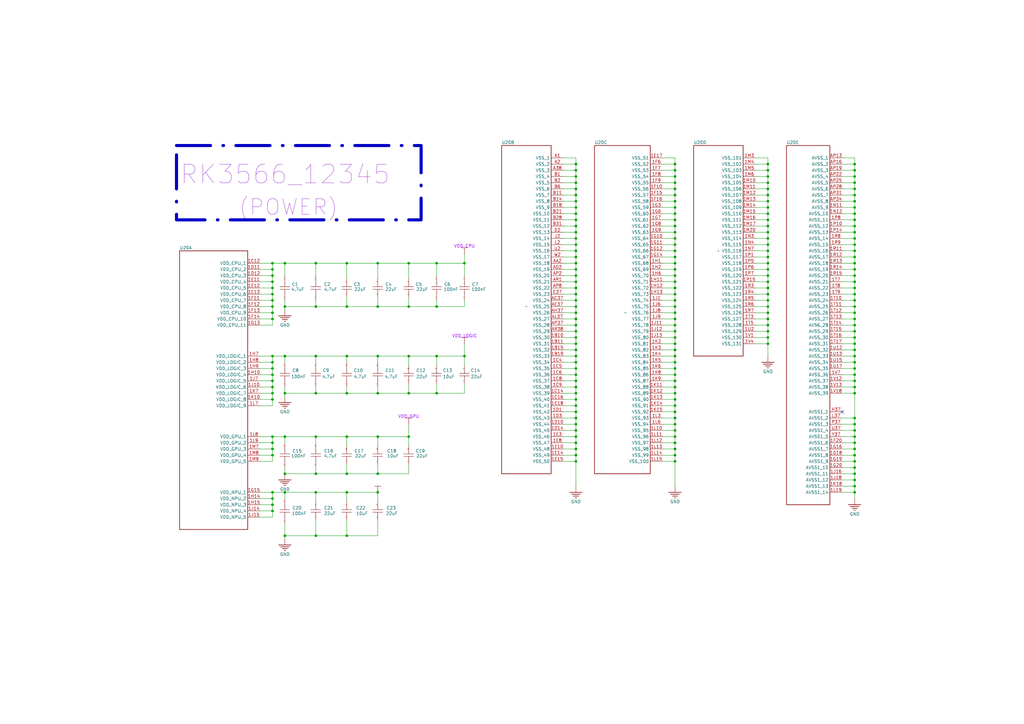
<source format=kicad_sch>
(kicad_sch (version 20250114) (generator "eeschema") (generator_version "9.0")
  (paper "A3")
  (rectangle (start 72.39 59.69) (end 172.72 90.17) (stroke (width 1.27) (type dash_dot)))
  (text "(POWER)" (at 97.79 88.9 0) (effects (font (size 6.35 6.35)) (justify left bottom)))
  (text "RK3566_12345" (at 73.66 76.2 0) (effects (font (size 7.62 7.62)) (justify left bottom)))
  (junction (at 167.64 179.07))
  (junction (at 111.76 120.65))
  (junction (at 276.86 133.35))
  (junction (at 236.22 173.99))
  (junction (at 276.86 148.59))
  (junction (at 236.22 105.41))
  (junction (at 276.86 67.31))
  (junction (at 314.96 128.27))
  (junction (at 276.86 179.07))
  (junction (at 179.07 161.29))
  (junction (at 276.86 87.63))
  (junction (at 314.96 118.11))
  (junction (at 190.5 146.05))
  (junction (at 129.54 107.95))
  (junction (at 142.24 107.95))
  (junction (at 111.76 151.13))
  (junction (at 236.22 158.75))
  (junction (at 350.52 179.07))
  (junction (at 111.76 148.59))
  (junction (at 236.22 138.43))
  (junction (at 111.76 146.05))
  (junction (at 350.52 85.09))
  (junction (at 236.22 184.15))
  (junction (at 350.52 199.39))
  (junction (at 129.54 219.71))
  (junction (at 236.22 176.53))
  (junction (at 179.07 125.73))
  (junction (at 276.86 118.11))
  (junction (at 111.76 181.61))
  (junction (at 276.86 181.61))
  (junction (at 314.96 97.79))
  (junction (at 142.24 219.71))
  (junction (at 116.84 179.07))
  (junction (at 350.52 138.43))
  (junction (at 236.22 163.83))
  (junction (at 350.52 173.99))
  (junction (at 314.96 90.17))
  (junction (at 350.52 92.71))
  (junction (at 236.22 113.03))
  (junction (at 276.86 161.29))
  (junction (at 236.22 85.09))
  (junction (at 236.22 125.73))
  (junction (at 314.96 72.39))
  (junction (at 236.22 128.27))
  (junction (at 350.52 118.11))
  (junction (at 350.52 158.75))
  (junction (at 350.52 146.05))
  (junction (at 350.52 189.23))
  (junction (at 314.96 110.49))
  (junction (at 236.22 115.57))
  (junction (at 111.76 204.47))
  (junction (at 236.22 69.85))
  (junction (at 314.96 85.09))
  (junction (at 236.22 189.23))
  (junction (at 154.94 107.95))
  (junction (at 142.24 146.05))
  (junction (at 236.22 110.49))
  (junction (at 350.52 77.47))
  (junction (at 276.86 171.45))
  (junction (at 350.52 69.85))
  (junction (at 111.76 207.01))
  (junction (at 276.86 186.69))
  (junction (at 167.64 146.05))
  (junction (at 236.22 74.93))
  (junction (at 350.52 181.61))
  (junction (at 276.86 158.75))
  (junction (at 350.52 133.35))
  (junction (at 350.52 125.73))
  (junction (at 314.96 82.55))
  (junction (at 236.22 151.13))
  (junction (at 116.84 146.05))
  (junction (at 350.52 87.63))
  (junction (at 276.86 138.43))
  (junction (at 276.86 189.23))
  (junction (at 236.22 95.25))
  (junction (at 236.22 87.63))
  (junction (at 350.52 135.89))
  (junction (at 350.52 95.25))
  (junction (at 236.22 107.95))
  (junction (at 276.86 115.57))
  (junction (at 350.52 171.45))
  (junction (at 350.52 120.65))
  (junction (at 350.52 82.55))
  (junction (at 314.96 125.73))
  (junction (at 111.76 161.29))
  (junction (at 116.84 194.31))
  (junction (at 236.22 97.79))
  (junction (at 314.96 92.71))
  (junction (at 276.86 163.83))
  (junction (at 154.94 125.73))
  (junction (at 350.52 105.41))
  (junction (at 276.86 184.15))
  (junction (at 314.96 120.65))
  (junction (at 276.86 97.79))
  (junction (at 129.54 194.31))
  (junction (at 111.76 128.27))
  (junction (at 129.54 146.05))
  (junction (at 236.22 92.71))
  (junction (at 350.52 80.01))
  (junction (at 142.24 201.93))
  (junction (at 276.86 110.49))
  (junction (at 111.76 179.07))
  (junction (at 236.22 168.91))
  (junction (at 314.96 135.89))
  (junction (at 111.76 110.49))
  (junction (at 111.76 118.11))
  (junction (at 276.86 107.95))
  (junction (at 276.86 128.27))
  (junction (at 350.52 196.85))
  (junction (at 142.24 125.73))
  (junction (at 314.96 115.57))
  (junction (at 314.96 107.95))
  (junction (at 314.96 133.35))
  (junction (at 276.86 85.09))
  (junction (at 276.86 123.19))
  (junction (at 236.22 148.59))
  (junction (at 276.86 176.53))
  (junction (at 111.76 115.57))
  (junction (at 111.76 201.93))
  (junction (at 179.07 146.05))
  (junction (at 154.94 201.93))
  (junction (at 236.22 67.31))
  (junction (at 276.86 173.99))
  (junction (at 276.86 156.21))
  (junction (at 314.96 67.31))
  (junction (at 276.86 72.39))
  (junction (at 276.86 140.97))
  (junction (at 350.52 113.03))
  (junction (at 350.52 151.13))
  (junction (at 276.86 69.85))
  (junction (at 276.86 151.13))
  (junction (at 236.22 80.01))
  (junction (at 350.52 128.27))
  (junction (at 142.24 179.07))
  (junction (at 350.52 161.29))
  (junction (at 167.64 125.73))
  (junction (at 350.52 143.51))
  (junction (at 350.52 153.67))
  (junction (at 276.86 143.51))
  (junction (at 276.86 82.55))
  (junction (at 190.5 107.95))
  (junction (at 350.52 90.17))
  (junction (at 111.76 158.75))
  (junction (at 111.76 125.73))
  (junction (at 276.86 80.01))
  (junction (at 276.86 135.89))
  (junction (at 314.96 100.33))
  (junction (at 236.22 156.21))
  (junction (at 111.76 163.83))
  (junction (at 276.86 125.73))
  (junction (at 111.76 107.95))
  (junction (at 350.52 97.79))
  (junction (at 236.22 123.19))
  (junction (at 314.96 69.85))
  (junction (at 179.07 107.95))
  (junction (at 350.52 176.53))
  (junction (at 314.96 138.43))
  (junction (at 154.94 146.05))
  (junction (at 236.22 153.67))
  (junction (at 236.22 171.45))
  (junction (at 314.96 77.47))
  (junction (at 116.84 125.73))
  (junction (at 350.52 67.31))
  (junction (at 236.22 90.17))
  (junction (at 350.52 110.49))
  (junction (at 236.22 161.29))
  (junction (at 142.24 194.31))
  (junction (at 236.22 100.33))
  (junction (at 276.86 166.37))
  (junction (at 142.24 161.29))
  (junction (at 236.22 133.35))
  (junction (at 154.94 194.31))
  (junction (at 236.22 181.61))
  (junction (at 111.76 209.55))
  (junction (at 154.94 161.29))
  (junction (at 276.86 95.25))
  (junction (at 116.84 201.93))
  (junction (at 167.64 107.95))
  (junction (at 236.22 135.89))
  (junction (at 314.96 140.97))
  (junction (at 167.64 161.29))
  (junction (at 111.76 113.03))
  (junction (at 350.52 107.95))
  (junction (at 276.86 105.41))
  (junction (at 350.52 100.33))
  (junction (at 276.86 153.67))
  (junction (at 111.76 186.69))
  (junction (at 236.22 130.81))
  (junction (at 350.52 184.15))
  (junction (at 314.96 113.03))
  (junction (at 350.52 123.19))
  (junction (at 276.86 92.71))
  (junction (at 350.52 191.77))
  (junction (at 314.96 123.19))
  (junction (at 236.22 166.37))
  (junction (at 314.96 87.63))
  (junction (at 276.86 168.91))
  (junction (at 314.96 95.25))
  (junction (at 350.52 74.93))
  (junction (at 236.22 72.39))
  (junction (at 350.52 72.39))
  (junction (at 314.96 130.81))
  (junction (at 236.22 120.65))
  (junction (at 276.86 120.65))
  (junction (at 236.22 179.07))
  (junction (at 276.86 77.47))
  (junction (at 350.52 186.69))
  (junction (at 236.22 186.69))
  (junction (at 350.52 102.87))
  (junction (at 129.54 201.93))
  (junction (at 111.76 123.19))
  (junction (at 111.76 130.81))
  (junction (at 350.52 140.97))
  (junction (at 236.22 140.97))
  (junction (at 129.54 125.73))
  (junction (at 129.54 161.29))
  (junction (at 116.84 161.29))
  (junction (at 314.96 105.41))
  (junction (at 236.22 77.47))
  (junction (at 236.22 118.11))
  (junction (at 236.22 146.05))
  (junction (at 111.76 153.67))
  (junction (at 116.84 219.71))
  (junction (at 236.22 143.51))
  (junction (at 276.86 130.81))
  (junction (at 129.54 179.07))
  (junction (at 314.96 74.93))
  (junction (at 236.22 102.87))
  (junction (at 236.22 82.55))
  (junction (at 350.52 194.31))
  (junction (at 154.94 179.07))
  (junction (at 350.52 148.59))
  (junction (at 350.52 201.93))
  (junction (at 276.86 102.87))
  (junction (at 276.86 74.93))
  (junction (at 314.96 80.01))
  (junction (at 111.76 184.15))
  (junction (at 276.86 146.05))
  (junction (at 350.52 130.81))
  (junction (at 314.96 102.87))
  (junction (at 111.76 156.21))
  (junction (at 276.86 90.17))
  (junction (at 116.84 107.95))
  (junction (at 276.86 113.03))
  (junction (at 350.52 115.57))
  (junction (at 350.52 156.21))
  (junction (at 276.86 100.33))
  (no_connect (at 345.44 168.91))
  (wire (pts (xy 314.96 135.89) (xy 309.88 135.89)))
  (wire (pts (xy 350.52 128.27) (xy 350.52 130.81)))
  (wire (pts (xy 314.96 107.95) (xy 309.88 107.95)))
  (wire (pts (xy 236.22 95.25) (xy 236.22 97.79)))
  (wire (pts (xy 236.22 176.53) (xy 236.22 179.07)))
  (wire (pts (xy 231.14 151.13) (xy 236.22 151.13)))
  (wire (pts (xy 231.14 184.15) (xy 236.22 184.15)))
  (wire (pts (xy 350.52 74.93) (xy 350.52 77.47)))
  (wire (pts (xy 129.54 148.59) (xy 129.54 146.05)))
  (wire (pts (xy 350.52 199.39) (xy 350.52 201.93)))
  (wire (pts (xy 167.64 121.92) (xy 167.64 125.73)))
  (wire (pts (xy 271.78 118.11) (xy 276.86 118.11)))
  (wire (pts (xy 271.78 87.63) (xy 276.86 87.63)))
  (wire (pts (xy 129.54 161.29) (xy 116.84 161.29)))
  (wire (pts (xy 231.14 143.51) (xy 236.22 143.51)))
  (wire (pts (xy 350.52 153.67) (xy 345.44 153.67)))
  (wire (pts (xy 314.96 64.77) (xy 309.88 64.77)))
  (wire (pts (xy 314.96 77.47) (xy 309.88 77.47)))
  (wire (pts (xy 190.5 123.19) (xy 190.5 125.73)))
  (wire (pts (xy 179.07 123.19) (xy 179.07 125.73)))
  (wire (pts (xy 236.22 143.51) (xy 236.22 146.05)))
  (wire (pts (xy 111.76 125.73) (xy 111.76 128.27)))
  (wire (pts (xy 350.52 151.13) (xy 345.44 151.13)))
  (wire (pts (xy 111.76 186.69) (xy 106.68 186.69)))
  (wire (pts (xy 236.22 186.69) (xy 236.22 189.23)))
  (wire (pts (xy 350.52 146.05) (xy 350.52 148.59)))
  (wire (pts (xy 271.78 102.87) (xy 276.86 102.87)))
  (wire (pts (xy 314.96 74.93) (xy 314.96 77.47)))
  (wire (pts (xy 236.22 189.23) (xy 236.22 199.39)))
  (wire (pts (xy 271.78 173.99) (xy 276.86 173.99)))
  (wire (pts (xy 167.64 194.31) (xy 154.94 194.31)))
  (wire (pts (xy 350.52 123.19) (xy 345.44 123.19)))
  (wire (pts (xy 271.78 146.05) (xy 276.86 146.05)))
  (wire (pts (xy 231.14 128.27) (xy 236.22 128.27)))
  (wire (pts (xy 142.24 179.07) (xy 129.54 179.07)))
  (wire (pts (xy 271.78 153.67) (xy 276.86 153.67)))
  (wire (pts (xy 111.76 107.95) (xy 106.68 107.95)))
  (wire (pts (xy 142.24 190.5) (xy 142.24 194.31)))
  (wire (pts (xy 314.96 97.79) (xy 309.88 97.79)))
  (wire (pts (xy 231.14 118.11) (xy 236.22 118.11)))
  (wire (pts (xy 231.14 105.41) (xy 236.22 105.41)))
  (wire (pts (xy 111.76 151.13) (xy 111.76 153.67)))
  (wire (pts (xy 271.78 189.23) (xy 276.86 189.23)))
  (wire (pts (xy 350.52 148.59) (xy 350.52 151.13)))
  (wire (pts (xy 154.94 201.93) (xy 142.24 201.93)))
  (wire (pts (xy 350.52 90.17) (xy 350.52 92.71)))
  (wire (pts (xy 106.68 156.21) (xy 111.76 156.21)))
  (wire (pts (xy 271.78 166.37) (xy 276.86 166.37)))
  (wire (pts (xy 271.78 80.01) (xy 276.86 80.01)))
  (wire (pts (xy 350.52 158.75) (xy 345.44 158.75)))
  (wire (pts (xy 271.78 181.61) (xy 276.86 181.61)))
  (wire (pts (xy 231.14 173.99) (xy 236.22 173.99)))
  (wire (pts (xy 314.96 85.09) (xy 314.96 87.63)))
  (wire (pts (xy 231.14 161.29) (xy 236.22 161.29)))
  (wire (pts (xy 129.54 194.31) (xy 116.84 194.31)))
  (wire (pts (xy 231.14 85.09) (xy 236.22 85.09)))
  (wire (pts (xy 111.76 146.05) (xy 111.76 148.59)))
  (wire (pts (xy 231.14 80.01) (xy 236.22 80.01)))
  (wire (pts (xy 350.52 140.97) (xy 345.44 140.97)))
  (wire (pts (xy 350.52 148.59) (xy 345.44 148.59)))
  (wire (pts (xy 350.52 189.23) (xy 345.44 189.23)))
  (wire (pts (xy 236.22 151.13) (xy 236.22 153.67)))
  (wire (pts (xy 276.86 151.13) (xy 276.86 153.67)))
  (wire (pts (xy 314.96 102.87) (xy 314.96 105.41)))
  (wire (pts (xy 314.96 95.25) (xy 309.88 95.25)))
  (wire (pts (xy 116.84 107.95) (xy 116.84 113.03)))
  (wire (pts (xy 276.86 102.87) (xy 276.86 105.41)))
  (wire (pts (xy 350.52 146.05) (xy 345.44 146.05)))
  (wire (pts (xy 111.76 184.15) (xy 111.76 186.69)))
  (wire (pts (xy 142.24 148.59) (xy 142.24 146.05)))
  (wire (pts (xy 154.94 107.95) (xy 142.24 107.95)))
  (wire (pts (xy 167.64 173.99) (xy 167.64 179.07)))
  (wire (pts (xy 271.78 133.35) (xy 276.86 133.35)))
  (wire (pts (xy 271.78 85.09) (xy 276.86 85.09)))
  (wire (pts (xy 154.94 179.07) (xy 142.24 179.07)))
  (wire (pts (xy 271.78 168.91) (xy 276.86 168.91)))
  (wire (pts (xy 271.78 82.55) (xy 276.86 82.55)))
  (wire (pts (xy 271.78 69.85) (xy 276.86 69.85)))
  (wire (pts (xy 276.86 166.37) (xy 276.86 168.91)))
  (wire (pts (xy 314.96 140.97) (xy 314.96 146.05)))
  (wire (pts (xy 350.52 133.35) (xy 350.52 135.89)))
  (wire (pts (xy 350.52 97.79) (xy 350.52 100.33)))
  (wire (pts (xy 231.14 102.87) (xy 236.22 102.87)))
  (wire (pts (xy 236.22 69.85) (xy 236.22 72.39)))
  (wire (pts (xy 309.88 67.31) (xy 314.96 67.31)))
  (wire (pts (xy 276.86 100.33) (xy 276.86 102.87)))
  (wire (pts (xy 350.52 64.77) (xy 345.44 64.77)))
  (wire (pts (xy 154.94 121.92) (xy 154.94 125.73)))
  (wire (pts (xy 111.76 128.27) (xy 111.76 130.81)))
  (wire (pts (xy 350.52 82.55) (xy 345.44 82.55)))
  (wire (pts (xy 236.22 100.33) (xy 236.22 102.87)))
  (wire (pts (xy 236.22 77.47) (xy 236.22 80.01)))
  (wire (pts (xy 231.14 156.21) (xy 236.22 156.21)))
  (wire (pts (xy 350.52 64.77) (xy 350.52 67.31)))
  (wire (pts (xy 276.86 82.55) (xy 276.86 85.09)))
  (wire (pts (xy 236.22 64.77) (xy 236.22 67.31)))
  (wire (pts (xy 231.14 168.91) (xy 236.22 168.91)))
  (wire (pts (xy 314.96 90.17) (xy 314.96 92.71)))
  (wire (pts (xy 236.22 153.67) (xy 236.22 156.21)))
  (wire (pts (xy 271.78 176.53) (xy 276.86 176.53)))
  (wire (pts (xy 350.52 67.31) (xy 350.52 69.85)))
  (wire (pts (xy 276.86 158.75) (xy 276.86 161.29)))
  (wire (pts (xy 350.52 102.87) (xy 350.52 105.41)))
  (wire (pts (xy 350.52 151.13) (xy 350.52 153.67)))
  (wire (pts (xy 167.64 146.05) (xy 179.07 146.05)))
  (wire (pts (xy 236.22 161.29) (xy 236.22 163.83)))
  (wire (pts (xy 111.76 107.95) (xy 111.76 110.49)))
  (wire (pts (xy 314.96 74.93) (xy 309.88 74.93)))
  (wire (pts (xy 350.52 189.23) (xy 350.52 191.77)))
  (wire (pts (xy 111.76 201.93) (xy 106.68 201.93)))
  (wire (pts (xy 236.22 128.27) (xy 236.22 130.81)))
  (wire (pts (xy 276.86 128.27) (xy 276.86 130.81)))
  (wire (pts (xy 111.76 184.15) (xy 106.68 184.15)))
  (wire (pts (xy 129.54 201.93) (xy 129.54 205.74)))
  (wire (pts (xy 314.96 138.43) (xy 314.96 140.97)))
  (wire (pts (xy 111.76 207.01) (xy 106.68 207.01)))
  (wire (pts (xy 236.22 184.15) (xy 236.22 186.69)))
  (wire (pts (xy 276.86 146.05) (xy 276.86 148.59)))
  (wire (pts (xy 231.14 95.25) (xy 236.22 95.25)))
  (wire (pts (xy 276.86 130.81) (xy 276.86 133.35)))
  (wire (pts (xy 111.76 123.19) (xy 111.76 125.73)))
  (wire (pts (xy 167.64 107.95) (xy 167.64 114.3)))
  (wire (pts (xy 231.14 148.59) (xy 236.22 148.59)))
  (wire (pts (xy 111.76 209.55) (xy 106.68 209.55)))
  (wire (pts (xy 111.76 181.61) (xy 106.68 181.61)))
  (wire (pts (xy 350.52 179.07) (xy 350.52 181.61)))
  (wire (pts (xy 314.96 87.63) (xy 314.96 90.17)))
  (wire (pts (xy 350.52 196.85) (xy 350.52 199.39)))
  (wire (pts (xy 190.5 149.86) (xy 190.5 146.05)))
  (wire (pts (xy 350.52 130.81) (xy 345.44 130.81)))
  (wire (pts (xy 116.84 123.19) (xy 116.84 125.73)))
  (wire (pts (xy 350.52 115.57) (xy 345.44 115.57)))
  (wire (pts (xy 236.22 74.93) (xy 236.22 77.47)))
  (wire (pts (xy 167.64 125.73) (xy 154.94 125.73)))
  (wire (pts (xy 236.22 135.89) (xy 236.22 138.43)))
  (wire (pts (xy 106.68 148.59) (xy 111.76 148.59)))
  (wire (pts (xy 314.96 118.11) (xy 314.96 120.65)))
  (wire (pts (xy 271.78 67.31) (xy 276.86 67.31)))
  (wire (pts (xy 116.84 201.93) (xy 116.84 204.47)))
  (wire (pts (xy 142.24 158.75) (xy 142.24 161.29)))
  (wire (pts (xy 276.86 138.43) (xy 276.86 140.97)))
  (wire (pts (xy 350.52 138.43) (xy 345.44 138.43)))
  (wire (pts (xy 111.76 123.19) (xy 106.68 123.19)))
  (wire (pts (xy 350.52 80.01) (xy 350.52 82.55)))
  (wire (pts (xy 350.52 135.89) (xy 350.52 138.43)))
  (wire (pts (xy 276.86 107.95) (xy 276.86 110.49)))
  (wire (pts (xy 106.68 158.75) (xy 111.76 158.75)))
  (wire (pts (xy 111.76 130.81) (xy 111.76 133.35)))
  (wire (pts (xy 236.22 138.43) (xy 236.22 140.97)))
  (wire (pts (xy 314.96 80.01) (xy 314.96 82.55)))
  (wire (pts (xy 350.52 191.77) (xy 345.44 191.77)))
  (wire (pts (xy 350.52 194.31) (xy 350.52 196.85)))
  (wire (pts (xy 236.22 92.71) (xy 236.22 95.25)))
  (wire (pts (xy 271.78 138.43) (xy 276.86 138.43)))
  (wire (pts (xy 111.76 146.05) (xy 116.84 146.05)))
  (wire (pts (xy 111.76 207.01) (xy 111.76 209.55)))
  (wire (pts (xy 276.86 153.67) (xy 276.86 156.21)))
  (wire (pts (xy 231.14 135.89) (xy 236.22 135.89)))
  (wire (pts (xy 111.76 189.23) (xy 106.68 189.23)))
  (wire (pts (xy 116.84 107.95) (xy 111.76 107.95)))
  (wire (pts (xy 314.96 90.17) (xy 309.88 90.17)))
  (wire (pts (xy 129.54 179.07) (xy 129.54 181.61)))
  (wire (pts (xy 350.52 92.71) (xy 345.44 92.71)))
  (wire (pts (xy 116.84 179.07) (xy 116.84 181.61)))
  (wire (pts (xy 276.86 135.89) (xy 276.86 138.43)))
  (wire (pts (xy 314.96 67.31) (xy 314.96 69.85)))
  (wire (pts (xy 179.07 107.95) (xy 179.07 113.03)))
  (wire (pts (xy 271.78 105.41) (xy 276.86 105.41)))
  (wire (pts (xy 350.52 118.11) (xy 345.44 118.11)))
  (wire (pts (xy 350.52 100.33) (xy 350.52 102.87)))
  (wire (pts (xy 271.78 64.77) (xy 276.86 64.77)))
  (wire (pts (xy 350.52 107.95) (xy 350.52 110.49)))
  (wire (pts (xy 106.68 151.13) (xy 111.76 151.13)))
  (wire (pts (xy 350.52 77.47) (xy 350.52 80.01)))
  (wire (pts (xy 350.52 67.31) (xy 345.44 67.31)))
  (wire (pts (xy 271.78 125.73) (xy 276.86 125.73)))
  (wire (pts (xy 350.52 140.97) (xy 350.52 143.51)))
  (wire (pts (xy 350.52 95.25) (xy 350.52 97.79)))
  (wire (pts (xy 129.54 179.07) (xy 116.84 179.07)))
  (wire (pts (xy 350.52 97.79) (xy 345.44 97.79)))
  (wire (pts (xy 276.86 186.69) (xy 276.86 189.23)))
  (wire (pts (xy 236.22 115.57) (xy 236.22 118.11)))
  (wire (pts (xy 142.24 201.93) (xy 129.54 201.93)))
  (wire (pts (xy 350.52 110.49) (xy 345.44 110.49)))
  (wire (pts (xy 236.22 80.01) (xy 236.22 82.55)))
  (wire (pts (xy 350.52 105.41) (xy 350.52 107.95)))
  (wire (pts (xy 190.5 146.05) (xy 190.5 140.97)))
  (wire (pts (xy 276.86 125.73) (xy 276.86 128.27)))
  (wire (pts (xy 116.84 220.98) (xy 116.84 219.71)))
  (wire (pts (xy 350.52 69.85) (xy 345.44 69.85)))
  (wire (pts (xy 350.52 102.87) (xy 345.44 102.87)))
  (wire (pts (xy 111.76 212.09) (xy 106.68 212.09)))
  (wire (pts (xy 236.22 85.09) (xy 236.22 87.63)))
  (wire (pts (xy 314.96 125.73) (xy 309.88 125.73)))
  (wire (pts (xy 271.78 156.21) (xy 276.86 156.21)))
  (wire (pts (xy 350.52 82.55) (xy 350.52 85.09)))
  (wire (pts (xy 129.54 107.95) (xy 129.54 113.03)))
  (wire (pts (xy 231.14 179.07) (xy 236.22 179.07)))
  (wire (pts (xy 350.52 143.51) (xy 350.52 146.05)))
  (wire (pts (xy 350.52 115.57) (xy 350.52 118.11)))
  (wire (pts (xy 350.52 85.09) (xy 345.44 85.09)))
  (wire (pts (xy 154.94 219.71) (xy 142.24 219.71)))
  (wire (pts (xy 314.96 125.73) (xy 314.96 128.27)))
  (wire (pts (xy 236.22 125.73) (xy 236.22 128.27)))
  (wire (pts (xy 236.22 113.03) (xy 236.22 115.57)))
  (wire (pts (xy 231.14 189.23) (xy 236.22 189.23)))
  (wire (pts (xy 111.76 120.65) (xy 106.68 120.65)))
  (wire (pts (xy 314.96 69.85) (xy 314.96 72.39)))
  (wire (pts (xy 111.76 115.57) (xy 111.76 118.11)))
  (wire (pts (xy 111.76 186.69) (xy 111.76 189.23)))
  (wire (pts (xy 236.22 67.31) (xy 236.22 69.85)))
  (wire (pts (xy 231.14 123.19) (xy 236.22 123.19)))
  (wire (pts (xy 236.22 123.19) (xy 236.22 125.73)))
  (wire (pts (xy 314.96 110.49) (xy 309.88 110.49)))
  (wire (pts (xy 129.54 201.93) (xy 116.84 201.93)))
  (wire (pts (xy 236.22 105.41) (xy 236.22 107.95)))
  (wire (pts (xy 350.52 173.99) (xy 350.52 176.53)))
  (wire (pts (xy 142.24 213.36) (xy 142.24 219.71)))
  (wire (pts (xy 154.94 107.95) (xy 154.94 114.3)))
  (wire (pts (xy 314.96 113.03) (xy 314.96 115.57)))
  (wire (pts (xy 231.14 133.35) (xy 236.22 133.35)))
  (wire (pts (xy 190.5 104.14) (xy 190.5 107.95)))
  (wire (pts (xy 179.07 107.95) (xy 167.64 107.95)))
  (wire (pts (xy 116.84 201.93) (xy 111.76 201.93)))
  (wire (pts (xy 142.24 161.29) (xy 129.54 161.29)))
  (wire (pts (xy 350.52 176.53) (xy 350.52 179.07)))
  (wire (pts (xy 231.14 92.71) (xy 236.22 92.71)))
  (wire (pts (xy 271.78 128.27) (xy 276.86 128.27)))
  (wire (pts (xy 314.96 105.41) (xy 314.96 107.95)))
  (wire (pts (xy 236.22 168.91) (xy 236.22 171.45)))
  (wire (pts (xy 231.14 97.79) (xy 236.22 97.79)))
  (wire (pts (xy 314.96 92.71) (xy 309.88 92.71)))
  (wire (pts (xy 314.96 77.47) (xy 314.96 80.01)))
  (wire (pts (xy 116.84 148.59) (xy 116.84 146.05)))
  (wire (pts (xy 231.14 69.85) (xy 236.22 69.85)))
  (wire (pts (xy 350.52 161.29) (xy 345.44 161.29)))
  (wire (pts (xy 350.52 113.03) (xy 350.52 115.57)))
  (wire (pts (xy 276.86 120.65) (xy 276.86 123.19)))
  (wire (pts (xy 236.22 166.37) (xy 236.22 168.91)))
  (wire (pts (xy 276.86 113.03) (xy 276.86 115.57)))
  (wire (pts (xy 276.86 67.31) (xy 276.86 69.85)))
  (wire (pts (xy 350.52 72.39) (xy 345.44 72.39)))
  (wire (pts (xy 142.24 125.73) (xy 129.54 125.73)))
  (wire (pts (xy 231.14 163.83) (xy 236.22 163.83)))
  (wire (pts (xy 309.88 69.85) (xy 314.96 69.85)))
  (wire (pts (xy 276.86 133.35) (xy 276.86 135.89)))
  (wire (pts (xy 350.52 72.39) (xy 350.52 74.93)))
  (wire (pts (xy 276.86 85.09) (xy 276.86 87.63)))
  (wire (pts (xy 154.94 125.73) (xy 142.24 125.73)))
  (wire (pts (xy 154.94 194.31) (xy 142.24 194.31)))
  (wire (pts (xy 271.78 163.83) (xy 276.86 163.83)))
  (wire (pts (xy 236.22 171.45) (xy 236.22 173.99)))
  (wire (pts (xy 179.07 125.73) (xy 167.64 125.73)))
  (wire (pts (xy 314.96 133.35) (xy 309.88 133.35)))
  (wire (pts (xy 142.24 107.95) (xy 129.54 107.95)))
  (wire (pts (xy 179.07 146.05) (xy 190.5 146.05)))
  (wire (pts (xy 190.5 107.95) (xy 179.07 107.95)))
  (wire (pts (xy 314.96 92.71) (xy 314.96 95.25)))
  (wire (pts (xy 154.94 158.75) (xy 154.94 161.29)))
  (wire (pts (xy 236.22 181.61) (xy 236.22 184.15)))
  (wire (pts (xy 236.22 173.99) (xy 236.22 176.53)))
  (wire (pts (xy 314.96 128.27) (xy 314.96 130.81)))
  (wire (pts (xy 167.64 107.95) (xy 154.94 107.95)))
  (wire (pts (xy 314.96 138.43) (xy 309.88 138.43)))
  (wire (pts (xy 111.76 153.67) (xy 111.76 156.21)))
  (wire (pts (xy 142.24 107.95) (xy 142.24 114.3)))
  (wire (pts (xy 106.68 161.29) (xy 111.76 161.29)))
  (wire (pts (xy 276.86 74.93) (xy 276.86 77.47)))
  (wire (pts (xy 314.96 95.25) (xy 314.96 97.79)))
  (wire (pts (xy 167.64 157.48) (xy 167.64 161.29)))
  (wire (pts (xy 111.76 179.07) (xy 106.68 179.07)))
  (wire (pts (xy 106.68 146.05) (xy 111.76 146.05)))
  (wire (pts (xy 111.76 179.07) (xy 111.76 181.61)))
  (wire (pts (xy 276.86 140.97) (xy 276.86 143.51)))
  (wire (pts (xy 276.86 77.47) (xy 276.86 80.01)))
  (wire (pts (xy 314.96 82.55) (xy 309.88 82.55)))
  (wire (pts (xy 111.76 120.65) (xy 111.76 123.19)))
  (wire (pts (xy 154.94 213.36) (xy 154.94 219.71)))
  (wire (pts (xy 350.52 69.85) (xy 350.52 72.39)))
  (wire (pts (xy 111.76 118.11) (xy 111.76 120.65)))
  (wire (pts (xy 276.86 176.53) (xy 276.86 179.07)))
  (wire (pts (xy 350.52 196.85) (xy 345.44 196.85)))
  (wire (pts (xy 271.78 90.17) (xy 276.86 90.17)))
  (wire (pts (xy 236.22 82.55) (xy 236.22 85.09)))
  (wire (pts (xy 236.22 102.87) (xy 236.22 105.41)))
  (wire (pts (xy 236.22 179.07) (xy 236.22 181.61)))
  (wire (pts (xy 271.78 107.95) (xy 276.86 107.95)))
  (wire (pts (xy 350.52 153.67) (xy 350.52 156.21)))
  (wire (pts (xy 350.52 105.41) (xy 345.44 105.41)))
  (wire (pts (xy 350.52 125.73) (xy 350.52 128.27)))
  (wire (pts (xy 350.52 90.17) (xy 345.44 90.17)))
  (wire (pts (xy 111.76 115.57) (xy 106.68 115.57)))
  (wire (pts (xy 129.54 146.05) (xy 142.24 146.05)))
  (wire (pts (xy 106.68 166.37) (xy 111.76 166.37)))
  (wire (pts (xy 276.86 80.01) (xy 276.86 82.55)))
  (wire (pts (xy 276.86 92.71) (xy 276.86 95.25)))
  (wire (pts (xy 231.14 130.81) (xy 236.22 130.81)))
  (wire (pts (xy 142.24 146.05) (xy 154.94 146.05)))
  (wire (pts (xy 276.86 72.39) (xy 276.86 74.93)))
  (wire (pts (xy 314.96 123.19) (xy 314.96 125.73)))
  (wire (pts (xy 116.84 158.75) (xy 116.84 161.29)))
  (wire (pts (xy 271.78 143.51) (xy 276.86 143.51)))
  (wire (pts (xy 167.64 146.05) (xy 167.64 149.86)))
  (wire (pts (xy 276.86 69.85) (xy 276.86 72.39)))
  (wire (pts (xy 350.52 201.93) (xy 350.52 204.47)))
  (wire (pts (xy 111.76 158.75) (xy 111.76 161.29)))
  (wire (pts (xy 129.54 125.73) (xy 116.84 125.73)))
  (wire (pts (xy 350.52 143.51) (xy 345.44 143.51)))
  (wire (pts (xy 231.14 120.65) (xy 236.22 120.65)))
  (wire (pts (xy 350.52 77.47) (xy 345.44 77.47)))
  (wire (pts (xy 276.86 173.99) (xy 276.86 176.53)))
  (wire (pts (xy 236.22 87.63) (xy 236.22 90.17)))
  (wire (pts (xy 190.5 125.73) (xy 179.07 125.73)))
  (wire (pts (xy 190.5 161.29) (xy 179.07 161.29)))
  (wire (pts (xy 129.54 158.75) (xy 129.54 161.29)))
  (wire (pts (xy 236.22 107.95) (xy 236.22 110.49)))
  (wire (pts (xy 236.22 110.49) (xy 236.22 113.03)))
  (wire (pts (xy 350.52 100.33) (xy 345.44 100.33)))
  (wire (pts (xy 236.22 118.11) (xy 236.22 120.65)))
  (wire (pts (xy 231.14 186.69) (xy 236.22 186.69)))
  (wire (pts (xy 142.24 194.31) (xy 129.54 194.31)))
  (wire (pts (xy 276.86 156.21) (xy 276.86 158.75)))
  (wire (pts (xy 276.86 123.19) (xy 276.86 125.73)))
  (wire (pts (xy 231.14 64.77) (xy 236.22 64.77)))
  (wire (pts (xy 350.52 156.21) (xy 345.44 156.21)))
  (wire (pts (xy 167.64 179.07) (xy 167.64 182.88)))
  (wire (pts (xy 276.86 148.59) (xy 276.86 151.13)))
  (wire (pts (xy 106.68 163.83) (xy 111.76 163.83)))
  (wire (pts (xy 271.78 186.69) (xy 276.86 186.69)))
  (wire (pts (xy 314.96 113.03) (xy 309.88 113.03)))
  (wire (pts (xy 350.52 80.01) (xy 345.44 80.01)))
  (wire (pts (xy 231.14 158.75) (xy 236.22 158.75)))
  (wire (pts (xy 350.52 201.93) (xy 345.44 201.93)))
  (wire (pts (xy 116.84 191.77) (xy 116.84 194.31)))
  (wire (pts (xy 350.52 133.35) (xy 345.44 133.35)))
  (wire (pts (xy 231.14 113.03) (xy 236.22 113.03)))
  (wire (pts (xy 276.86 179.07) (xy 276.86 181.61)))
  (wire (pts (xy 271.78 135.89) (xy 276.86 135.89)))
  (wire (pts (xy 276.86 168.91) (xy 276.86 171.45)))
  (wire (pts (xy 236.22 130.81) (xy 236.22 133.35)))
  (wire (pts (xy 350.52 87.63) (xy 345.44 87.63)))
  (wire (pts (xy 314.96 72.39) (xy 314.96 74.93)))
  (wire (pts (xy 154.94 146.05) (xy 167.64 146.05)))
  (wire (pts (xy 271.78 77.47) (xy 276.86 77.47)))
  (wire (pts (xy 111.76 161.29) (xy 111.76 163.83)))
  (wire (pts (xy 314.96 130.81) (xy 314.96 133.35)))
  (wire (pts (xy 129.54 107.95) (xy 116.84 107.95)))
  (wire (pts (xy 271.78 97.79) (xy 276.86 97.79)))
  (wire (pts (xy 314.96 118.11) (xy 309.88 118.11)))
  (wire (pts (xy 350.52 120.65) (xy 350.52 123.19)))
  (wire (pts (xy 116.84 125.73) (xy 116.84 127)))
  (wire (pts (xy 236.22 120.65) (xy 236.22 123.19)))
  (wire (pts (xy 350.52 74.93) (xy 345.44 74.93)))
  (wire (pts (xy 111.76 148.59) (xy 111.76 151.13)))
  (wire (pts (xy 314.96 100.33) (xy 314.96 102.87)))
  (wire (pts (xy 276.86 143.51) (xy 276.86 146.05)))
  (wire (pts (xy 350.52 186.69) (xy 345.44 186.69)))
  (wire (pts (xy 190.5 157.48) (xy 190.5 161.29)))
  (wire (pts (xy 350.52 158.75) (xy 350.52 161.29)))
  (wire (pts (xy 142.24 219.71) (xy 129.54 219.71)))
  (wire (pts (xy 111.76 113.03) (xy 106.68 113.03)))
  (wire (pts (xy 271.78 148.59) (xy 276.86 148.59)))
  (wire (pts (xy 111.76 125.73) (xy 106.68 125.73)))
  (wire (pts (xy 314.96 130.81) (xy 309.88 130.81)))
  (wire (pts (xy 276.86 184.15) (xy 276.86 186.69)))
  (wire (pts (xy 350.52 181.61) (xy 350.52 184.15)))
  (wire (pts (xy 276.86 95.25) (xy 276.86 97.79)))
  (wire (pts (xy 350.52 113.03) (xy 345.44 113.03)))
  (wire (pts (xy 231.14 72.39) (xy 236.22 72.39)))
  (wire (pts (xy 314.96 115.57) (xy 309.88 115.57)))
  (wire (pts (xy 276.86 110.49) (xy 276.86 113.03)))
  (wire (pts (xy 350.52 128.27) (xy 345.44 128.27)))
  (wire (pts (xy 314.96 107.95) (xy 314.96 110.49)))
  (wire (pts (xy 167.64 190.5) (xy 167.64 194.31)))
  (wire (pts (xy 350.52 138.43) (xy 350.52 140.97)))
  (wire (pts (xy 271.78 171.45) (xy 276.86 171.45)))
  (wire (pts (xy 129.54 191.77) (xy 129.54 194.31)))
  (wire (pts (xy 350.52 179.07) (xy 345.44 179.07)))
  (wire (pts (xy 271.78 120.65) (xy 276.86 120.65)))
  (wire (pts (xy 129.54 219.71) (xy 116.84 219.71)))
  (wire (pts (xy 271.78 74.93) (xy 276.86 74.93)))
  (wire (pts (xy 111.76 113.03) (xy 111.76 115.57)))
  (wire (pts (xy 167.64 179.07) (xy 154.94 179.07)))
  (wire (pts (xy 231.14 181.61) (xy 236.22 181.61)))
  (wire (pts (xy 231.14 107.95) (xy 236.22 107.95)))
  (wire (pts (xy 111.76 204.47) (xy 111.76 207.01)))
  (wire (pts (xy 231.14 138.43) (xy 236.22 138.43)))
  (wire (pts (xy 314.96 64.77) (xy 314.96 67.31)))
  (wire (pts (xy 350.52 95.25) (xy 345.44 95.25)))
  (wire (pts (xy 111.76 110.49) (xy 111.76 113.03)))
  (wire (pts (xy 154.94 201.93) (xy 154.94 205.74)))
  (wire (pts (xy 271.78 140.97) (xy 276.86 140.97)))
  (wire (pts (xy 314.96 100.33) (xy 309.88 100.33)))
  (wire (pts (xy 350.52 156.21) (xy 350.52 158.75)))
  (wire (pts (xy 276.86 161.29) (xy 276.86 163.83)))
  (wire (pts (xy 276.86 171.45) (xy 276.86 173.99)))
  (wire (pts (xy 314.96 120.65) (xy 314.96 123.19)))
  (wire (pts (xy 231.14 115.57) (xy 236.22 115.57)))
  (wire (pts (xy 271.78 130.81) (xy 276.86 130.81)))
  (wire (pts (xy 111.76 204.47) (xy 106.68 204.47)))
  (wire (pts (xy 236.22 156.21) (xy 236.22 158.75)))
  (wire (pts (xy 350.52 171.45) (xy 345.44 171.45)))
  (wire (pts (xy 271.78 161.29) (xy 276.86 161.29)))
  (wire (pts (xy 314.96 120.65) (xy 309.88 120.65)))
  (wire (pts (xy 271.78 123.19) (xy 276.86 123.19)))
  (wire (pts (xy 271.78 113.03) (xy 276.86 113.03)))
  (wire (pts (xy 116.84 179.07) (xy 111.76 179.07)))
  (wire (pts (xy 350.52 118.11) (xy 350.52 120.65)))
  (wire (pts (xy 231.14 67.31) (xy 236.22 67.31)))
  (wire (pts (xy 309.88 72.39) (xy 314.96 72.39)))
  (wire (pts (xy 314.96 128.27) (xy 309.88 128.27)))
  (wire (pts (xy 350.52 173.99) (xy 345.44 173.99)))
  (wire (pts (xy 231.14 74.93) (xy 236.22 74.93)))
  (wire (pts (xy 236.22 97.79) (xy 236.22 100.33)))
  (wire (pts (xy 271.78 179.07) (xy 276.86 179.07)))
  (wire (pts (xy 129.54 123.19) (xy 129.54 125.73)))
  (wire (pts (xy 231.14 166.37) (xy 236.22 166.37)))
  (wire (pts (xy 116.84 161.29) (xy 116.84 162.56)))
  (wire (pts (xy 236.22 140.97) (xy 236.22 143.51)))
  (wire (pts (xy 350.52 194.31) (xy 345.44 194.31)))
  (wire (pts (xy 236.22 148.59) (xy 236.22 151.13)))
  (wire (pts (xy 350.52 176.53) (xy 345.44 176.53)))
  (wire (pts (xy 236.22 146.05) (xy 236.22 148.59)))
  (wire (pts (xy 314.96 115.57) (xy 314.96 118.11)))
  (wire (pts (xy 314.96 87.63) (xy 309.88 87.63)))
  (wire (pts (xy 314.96 135.89) (xy 314.96 138.43)))
  (wire (pts (xy 350.52 135.89) (xy 345.44 135.89)))
  (wire (pts (xy 350.52 85.09) (xy 350.52 87.63)))
  (wire (pts (xy 276.86 163.83) (xy 276.86 166.37)))
  (wire (pts (xy 116.84 146.05) (xy 129.54 146.05)))
  (wire (pts (xy 350.52 130.81) (xy 350.52 133.35)))
  (wire (pts (xy 314.96 97.79) (xy 314.96 100.33)))
  (wire (pts (xy 350.52 161.29) (xy 350.52 171.45)))
  (wire (pts (xy 314.96 123.19) (xy 309.88 123.19)))
  (wire (pts (xy 236.22 163.83) (xy 236.22 166.37)))
  (wire (pts (xy 142.24 121.92) (xy 142.24 125.73)))
  (wire (pts (xy 179.07 146.05) (xy 179.07 149.86)))
  (wire (pts (xy 271.78 100.33) (xy 276.86 100.33)))
  (wire (pts (xy 231.14 153.67) (xy 236.22 153.67)))
  (wire (pts (xy 111.76 201.93) (xy 111.76 204.47)))
  (wire (pts (xy 314.96 102.87) (xy 309.88 102.87)))
  (wire (pts (xy 154.94 179.07) (xy 154.94 182.88)))
  (wire (pts (xy 129.54 213.36) (xy 129.54 219.71)))
  (wire (pts (xy 236.22 90.17) (xy 236.22 92.71)))
  (wire (pts (xy 271.78 92.71) (xy 276.86 92.71)))
  (wire (pts (xy 350.52 186.69) (xy 350.52 189.23)))
  (wire (pts (xy 276.86 87.63) (xy 276.86 90.17)))
  (wire (pts (xy 231.14 125.73) (xy 236.22 125.73)))
  (wire (pts (xy 350.52 107.95) (xy 345.44 107.95)))
  (wire (pts (xy 350.52 120.65) (xy 345.44 120.65)))
  (wire (pts (xy 271.78 115.57) (xy 276.86 115.57)))
  (wire (pts (xy 276.86 115.57) (xy 276.86 118.11)))
  (wire (pts (xy 231.14 171.45) (xy 236.22 171.45)))
  (wire (pts (xy 111.76 133.35) (xy 106.68 133.35)))
  (wire (pts (xy 111.76 130.81) (xy 106.68 130.81)))
  (wire (pts (xy 350.52 199.39) (xy 345.44 199.39)))
  (wire (pts (xy 314.96 133.35) (xy 314.96 135.89)))
  (wire (pts (xy 116.84 214.63) (xy 116.84 219.71)))
  (wire (pts (xy 271.78 151.13) (xy 276.86 151.13)))
  (wire (pts (xy 142.24 179.07) (xy 142.24 182.88)))
  (wire (pts (xy 111.76 110.49) (xy 106.68 110.49)))
  (wire (pts (xy 271.78 95.25) (xy 276.86 95.25)))
  (wire (pts (xy 231.14 100.33) (xy 236.22 100.33)))
  (wire (pts (xy 231.14 146.05) (xy 236.22 146.05)))
  (wire (pts (xy 350.52 171.45) (xy 350.52 173.99)))
  (wire (pts (xy 350.52 92.71) (xy 350.52 95.25)))
  (wire (pts (xy 350.52 125.73) (xy 345.44 125.73)))
  (wire (pts (xy 142.24 201.93) (xy 142.24 205.74)))
  (wire (pts (xy 154.94 148.59) (xy 154.94 146.05)))
  (wire (pts (xy 236.22 72.39) (xy 236.22 74.93)))
  (wire (pts (xy 179.07 161.29) (xy 167.64 161.29)))
  (wire (pts (xy 231.14 90.17) (xy 236.22 90.17)))
  (wire (pts (xy 276.86 189.23) (xy 276.86 199.39)))
  (wire (pts (xy 276.86 105.41) (xy 276.86 107.95)))
  (wire (pts (xy 314.96 105.41) (xy 309.88 105.41)))
  (wire (pts (xy 231.14 140.97) (xy 236.22 140.97)))
  (wire (pts (xy 231.14 77.47) (xy 236.22 77.47)))
  (wire (pts (xy 111.76 181.61) (xy 111.76 184.15)))
  (wire (pts (xy 271.78 110.49) (xy 276.86 110.49)))
  (wire (pts (xy 111.76 156.21) (xy 111.76 158.75)))
  (wire (pts (xy 231.14 82.55) (xy 236.22 82.55)))
  (wire (pts (xy 276.86 118.11) (xy 276.86 120.65)))
  (wire (pts (xy 179.07 157.48) (xy 179.07 161.29)))
  (wire (pts (xy 106.68 153.67) (xy 111.76 153.67)))
  (wire (pts (xy 276.86 64.77) (xy 276.86 67.31)))
  (wire (pts (xy 111.76 163.83) (xy 111.76 166.37)))
  (wire (pts (xy 350.52 191.77) (xy 350.52 194.31)))
  (wire (pts (xy 231.14 87.63) (xy 236.22 87.63)))
  (wire (pts (xy 314.96 110.49) (xy 314.96 113.03)))
  (wire (pts (xy 350.52 184.15) (xy 350.52 186.69)))
  (wire (pts (xy 271.78 158.75) (xy 276.86 158.75)))
  (wire (pts (xy 154.94 161.29) (xy 142.24 161.29)))
  (wire (pts (xy 154.94 190.5) (xy 154.94 194.31)))
  (wire (pts (xy 111.76 118.11) (xy 106.68 118.11)))
  (wire (pts (xy 276.86 90.17) (xy 276.86 92.71)))
  (wire (pts (xy 314.96 82.55) (xy 314.96 85.09)))
  (wire (pts (xy 350.52 184.15) (xy 345.44 184.15)))
  (wire (pts (xy 276.86 181.61) (xy 276.86 184.15)))
  (wire (pts (xy 350.52 110.49) (xy 350.52 113.03)))
  (wire (pts (xy 314.96 80.01) (xy 309.88 80.01)))
  (wire (pts (xy 111.76 209.55) (xy 111.76 212.09)))
  (wire (pts (xy 236.22 158.75) (xy 236.22 161.29)))
  (wire (pts (xy 236.22 133.35) (xy 236.22 135.89)))
  (wire (pts (xy 231.14 176.53) (xy 236.22 176.53)))
  (wire (pts (xy 350.52 181.61) (xy 345.44 181.61)))
  (wire (pts (xy 190.5 107.95) (xy 190.5 113.03)))
  (wire (pts (xy 314.96 85.09) (xy 309.88 85.09)))
  (wire (pts (xy 350.52 123.19) (xy 350.52 125.73)))
  (wire (pts (xy 167.64 161.29) (xy 154.94 161.29)))
  (wire (pts (xy 314.96 140.97) (xy 309.88 140.97)))
  (wire (pts (xy 271.78 72.39) (xy 276.86 72.39)))
  (wire (pts (xy 111.76 128.27) (xy 106.68 128.27)))
  (wire (pts (xy 231.14 110.49) (xy 236.22 110.49)))
  (wire (pts (xy 350.52 87.63) (xy 350.52 90.17)))
  (wire (pts (xy 276.86 97.79) (xy 276.86 100.33)))
  (wire (pts (xy 271.78 184.15) (xy 276.86 184.15)))
  (symbol (lib_id "LCSC Taish-easyedapro:CL05A475MQ5NRNC_C307423") (at 129.54 153.67 0) (unit 1)
    (property "Reference" "C9" (at 132.334 152.654 0) (effects (justify left bottom)))
    (property "Value" "4.7uF" (at 132.08 155.194 0) (effects (justify left bottom)))
    (property "Footprint" "Capacitor_SMD:C_0402_1005Metric" (effects (hide yes)))
    (property "Datasheet" "https://atta.szlcsc.com/upload/public/pdf/source/20181010/C307423_0E0C4E35F3A09F81C2E5C84E00499E42.pdf" (effects (hide yes)))
    (property "Description" "容值:4.7uF;精度:±20%;额定电压:6.3V;材质(温度系数):X5R;" (effects (hide yes)))
    (property "Manufacturer Part" "CL05A475MQ5NRNC" (effects (hide yes)))
    (property "Manufacturer" "SAMSUNG(三星)" (effects (hide yes)))
    (property "Supplier Part" "C307423" (effects (hide yes)))
    (property "Supplier" "LCSC" (effects (hide yes)))
    (property "LCSC Part Name" "4.7uF ±20% 6.3V" (effects (hide yes)))
  )
  (symbol (lib_id "LCSC Taish-easyedapro:GRT188R61A226ME13D") (at 167.64 118.11 90) (unit 1)
    (property "Reference" "C5" (at 170.434 117.348 90) (effects (justify right top)))
    (property "Value" "22uF" (at 170.688 119.38 90) (effects (justify right top)))
    (property "Footprint" "LCSC Taish-easyedapro:C0603" (effects (hide yes)))
    (property "Datasheet" "https://atta.szlcsc.com/upload/public/pdf/source/20160103/1457707740762.pdf" (effects (hide yes)))
    (property "Description" "容值:22uF;精度:±20%;额定电压:10V;材质(温度系数):X5R;" (effects (hide yes)))
    (property "Manufacturer Part" "CL10A226MQ8NRNC" (effects (hide yes)))
    (property "Manufacturer" "SAMSUNG(三星)" (effects (hide yes)))
    (property "Supplier Part" "C59461" (effects (hide yes)))
    (property "Supplier" "LCSC" (effects (hide yes)))
    (property "LCSC Part Name" "22uF ±20% 6.3V" (effects (hide yes)))
  )
  (symbol (lib_id "LCSC Taish-easyedapro:CL05A106MQ5NUNC") (at 179.07 153.67 90) (unit 1)
    (property "Reference" "C13" (at 181.61 152.654 90) (effects (justify right top)))
    (property "Value" "10uF" (at 181.61 155.194 90) (effects (justify right top)))
    (property "Footprint" "Capacitor_SMD:C_0402_1005Metric" (effects (hide yes)))
    (property "Datasheet" "https://atta.szlcsc.com/upload/public/pdf/source/20160103/1457707703378.pdf" (effects (hide yes)))
    (property "Description" "容值:10uF;精度:±20%;额定电压:6.3V;材质(温度系数):X5R;" (effects (hide yes)))
    (property "Manufacturer Part" "CL10A106KP8NNNC" (effects (hide yes)))
    (property "Manufacturer" "SAMSUNG(三星)" (effects (hide yes)))
    (property "Supplier Part" "C19702" (effects (hide yes)))
    (property "Supplier" "LCSC" (effects (hide yes)))
    (property "LCSC Part Name" "10uF ±10% 10V" (effects (hide yes)))
  )
  (symbol (lib_id "LCSC Taish-easyedapro:Power-VCC") (at 190.5 140.97 0) (unit 1)
    (property "Reference" "#PWR0101" (effects (hide yes)))
    (property "Value" "VDD_LOGIC" (at 190.5 138.43 0) (effects (justify bottom)))
    (property "Footprint" "LCSC Taish-easyedapro:" (effects (hide yes)))
  )
  (symbol (lib_id "LCSC Taish-easyedapro:RK3566") (at 294.64 102.87 0) (unit 4)
    (property "Reference" "U20" (at 284.48 59.1566 0) (effects (justify left bottom)))
    (property "Value" "~" (at 294.64 102.87 0))
    (property "Footprint" "LCSC Taish-easyedapro:RK3566" (effects (hide yes)))
  )
  (symbol (lib_id "LCSC Taish-easyedapro:RK3566") (at 88.9 158.75 0) (unit 1)
    (property "Reference" "U20" (at 73.66 102.3874 0) (effects (justify left bottom)))
    (property "Value" "~" (at 88.9 158.75 0))
    (property "Footprint" "LCSC Taish-easyedapro:RK3566" (effects (hide yes)))
  )
  (symbol (lib_id "LCSC Taish-easyedapro:GRT188R61A226ME13D") (at 129.54 209.55 90) (unit 1)
    (property "Reference" "C21" (at 132.842 209.042 90) (effects (justify right top)))
    (property "Value" "22uF" (at 132.842 211.328 90) (effects (justify right top)))
    (property "Footprint" "LCSC Taish-easyedapro:C0603" (effects (hide yes)))
    (property "Datasheet" "https://atta.szlcsc.com/upload/public/pdf/source/20160103/1457707740762.pdf" (effects (hide yes)))
    (property "Description" "容值:22uF;精度:±20%;额定电压:10V;材质(温度系数):X5R;" (effects (hide yes)))
    (property "Manufacturer Part" "CL10A226MQ8NRNC" (effects (hide yes)))
    (property "Manufacturer" "SAMSUNG(三星)" (effects (hide yes)))
    (property "Supplier Part" "C59461" (effects (hide yes)))
    (property "Supplier" "LCSC" (effects (hide yes)))
    (property "LCSC Part Name" "22uF ±20% 6.3V" (effects (hide yes)))
  )
  (symbol (lib_id "LCSC Taish-easyedapro:CL05A475MQ5NRNC_C307423") (at 142.24 153.67 0) (unit 1)
    (property "Reference" "C10" (at 145.034 152.654 0) (effects (justify left bottom)))
    (property "Value" "4.7uF" (at 145.034 155.194 0) (effects (justify left bottom)))
    (property "Footprint" "Capacitor_SMD:C_0402_1005Metric" (effects (hide yes)))
    (property "Datasheet" "https://atta.szlcsc.com/upload/public/pdf/source/20181010/C307423_0E0C4E35F3A09F81C2E5C84E00499E42.pdf" (effects (hide yes)))
    (property "Description" "容值:4.7uF;精度:±20%;额定电压:6.3V;材质(温度系数):X5R;" (effects (hide yes)))
    (property "Manufacturer Part" "CL05A475MQ5NRNC" (effects (hide yes)))
    (property "Manufacturer" "SAMSUNG(三星)" (effects (hide yes)))
    (property "Supplier Part" "C307423" (effects (hide yes)))
    (property "Supplier" "LCSC" (effects (hide yes)))
    (property "LCSC Part Name" "4.7uF ±20% 6.3V" (effects (hide yes)))
  )
  (symbol (lib_id "LCSC Taish-easyedapro:Ground-GND") (at 116.84 127 0) (unit 1)
    (property "Reference" "#PWR0535" (effects (hide yes)))
    (property "Value" "GND" (at 116.84 133.35 0))
    (property "Footprint" "LCSC Taish-easyedapro:" (effects (hide yes)))
  )
  (symbol (lib_id "LCSC Taish-easyedapro:CL05A475MQ5NRNC_C307423") (at 129.54 186.69 0) (unit 1)
    (property "Reference" "C16" (at 132.842 185.6486 0) (effects (justify left bottom)))
    (property "Value" "4.7uF" (at 132.842 187.706 0) (effects (justify left bottom)))
    (property "Footprint" "Capacitor_SMD:C_0402_1005Metric" (effects (hide yes)))
    (property "Datasheet" "https://atta.szlcsc.com/upload/public/pdf/source/20181010/C307423_0E0C4E35F3A09F81C2E5C84E00499E42.pdf" (effects (hide yes)))
    (property "Description" "容值:4.7uF;精度:±20%;额定电压:6.3V;材质(温度系数):X5R;" (effects (hide yes)))
    (property "Manufacturer Part" "CL05A475MQ5NRNC" (effects (hide yes)))
    (property "Manufacturer" "SAMSUNG(三星)" (effects (hide yes)))
    (property "Supplier Part" "C307423" (effects (hide yes)))
    (property "Supplier" "LCSC" (effects (hide yes)))
    (property "LCSC Part Name" "4.7uF ±20% 6.3V" (effects (hide yes)))
  )
  (symbol (lib_id "LCSC Taish-easyedapro:GRT188R61A226ME13D") (at 142.24 118.11 90) (unit 1)
    (property "Reference" "C3" (at 145.034 117.348 90) (effects (justify right top)))
    (property "Value" "22uF" (at 145.288 119.38 90) (effects (justify right top)))
    (property "Footprint" "LCSC Taish-easyedapro:C0603" (effects (hide yes)))
    (property "Datasheet" "https://atta.szlcsc.com/upload/public/pdf/source/20160103/1457707740762.pdf" (effects (hide yes)))
    (property "Description" "容值:22uF;精度:±20%;额定电压:10V;材质(温度系数):X5R;" (effects (hide yes)))
    (property "Manufacturer Part" "CL10A226MQ8NRNC" (effects (hide yes)))
    (property "Manufacturer" "SAMSUNG(三星)" (effects (hide yes)))
    (property "Supplier Part" "C59461" (effects (hide yes)))
    (property "Supplier" "LCSC" (effects (hide yes)))
    (property "LCSC Part Name" "22uF ±20% 6.3V" (effects (hide yes)))
  )
  (symbol (lib_id "LCSC Taish-easyedapro:CL05A475MQ5NRNC_C307423") (at 154.94 153.67 0) (unit 1)
    (property "Reference" "C11" (at 157.988 152.654 0) (effects (justify left bottom)))
    (property "Value" "4.7uF" (at 157.734 155.194 0) (effects (justify left bottom)))
    (property "Footprint" "Capacitor_SMD:C_0402_1005Metric" (effects (hide yes)))
    (property "Datasheet" "https://atta.szlcsc.com/upload/public/pdf/source/20181010/C307423_0E0C4E35F3A09F81C2E5C84E00499E42.pdf" (effects (hide yes)))
    (property "Description" "容值:4.7uF;精度:±20%;额定电压:6.3V;材质(温度系数):X5R;" (effects (hide yes)))
    (property "Manufacturer Part" "CL05A475MQ5NRNC" (effects (hide yes)))
    (property "Manufacturer" "SAMSUNG(三星)" (effects (hide yes)))
    (property "Supplier Part" "C307423" (effects (hide yes)))
    (property "Supplier" "LCSC" (effects (hide yes)))
    (property "LCSC Part Name" "4.7uF ±20% 6.3V" (effects (hide yes)))
  )
  (symbol (lib_id "LCSC Taish-easyedapro:Ground-GND") (at 116.84 162.56 0) (unit 1)
    (property "Reference" "#PWR0536" (effects (hide yes)))
    (property "Value" "GND" (at 116.84 168.91 0))
    (property "Footprint" "LCSC Taish-easyedapro:" (effects (hide yes)))
  )
  (symbol (lib_id "LCSC Taish-easyedapro:Power-VCC") (at 154.94 201.93 0) (unit 1)
    (property "Reference" "#PWR0112" (effects (hide yes)))
    (property "Value" "VDD_NPU" (effects (hide yes)))
    (property "Footprint" "LCSC Taish-easyedapro:" (effects (hide yes)))
  )
  (symbol (lib_id "LCSC Taish-easyedapro:Ground-GND") (at 276.86 199.39 0) (unit 1)
    (property "Reference" "#PWR0540" (effects (hide yes)))
    (property "Value" "GND" (at 276.86 205.74 0))
    (property "Footprint" "LCSC Taish-easyedapro:" (effects (hide yes)))
  )
  (symbol (lib_id "LCSC Taish-easyedapro:RK3566") (at 256.54 128.27 0) (unit 3)
    (property "Reference" "U20" (at 243.84 59.1566 0) (effects (justify left bottom)))
    (property "Value" "~" (at 256.54 128.27 0))
    (property "Footprint" "LCSC Taish-easyedapro:RK3566" (effects (hide yes)))
  )
  (symbol (lib_id "LCSC Taish-easyedapro:Power-VCC") (at 190.5 104.14 0) (unit 1)
    (property "Reference" "#PWR0104" (effects (hide yes)))
    (property "Value" "VDD_CPU" (at 190.5 101.6 0) (effects (justify bottom)))
    (property "Footprint" "LCSC Taish-easyedapro:" (effects (hide yes)))
  )
  (symbol (lib_id "LCSC Taish-easyedapro:Ground-GND") (at 116.84 220.98 0) (unit 1)
    (property "Reference" "#PWR0538" (effects (hide yes)))
    (property "Value" "GND" (at 116.84 227.33 0))
    (property "Footprint" "LCSC Taish-easyedapro:" (effects (hide yes)))
  )
  (symbol (lib_id "LCSC Taish-easyedapro:Ground-GND") (at 236.22 199.39 0) (unit 1)
    (property "Reference" "#PWR0539" (effects (hide yes)))
    (property "Value" "GND" (at 236.22 205.74 0))
    (property "Footprint" "LCSC Taish-easyedapro:" (effects (hide yes)))
  )
  (symbol (lib_id "LCSC Taish-easyedapro:Ground-GND") (at 116.84 194.31 0) (unit 1)
    (property "Reference" "#PWR0537" (effects (hide yes)))
    (property "Value" "GND" (at 116.84 200.66 0))
    (property "Footprint" "LCSC Taish-easyedapro:" (effects (hide yes)))
  )
  (symbol (lib_id "LCSC Taish-easyedapro:CL05B104KB54PNC") (at 116.84 209.55 90) (unit 1)
    (property "Reference" "C20" (at 119.888 209.042 90) (effects (justify right top)))
    (property "Value" "100nF" (at 119.634 211.328 90) (effects (justify right top)))
    (property "Footprint" "Capacitor_SMD:C_0402_1005Metric" (effects (hide yes)))
    (property "Datasheet" "https://atta.szlcsc.com/upload/public/pdf/source/20181009/C307380_E0679AAF9658ADA26DBF30CED0CA6925.pdf" (effects (hide yes)))
    (property "Description" "容值:100nF;精度:±10%;额定电压:50V;材质(温度系数):X7R;" (effects (hide yes)))
    (property "Manufacturer Part" "CL03A104KO3NNNC" (effects (hide yes)))
    (property "Manufacturer" "SAMSUNG(三星)" (effects (hide yes)))
    (property "Supplier Part" "C307380" (effects (hide yes)))
    (property "Supplier" "LCSC" (effects (hide yes)))
    (property "LCSC Part Name" "100nF ±10% 16V" (effects (hide yes)))
    (property "JLCPCB Part Class" "Extended Part" (effects (hide yes)))
  )
  (symbol (lib_id "LCSC Taish-easyedapro:RK3566") (at 335.28 133.35 0) (unit 5)
    (property "Reference" "U20" (at 322.58 59.1566 0) (effects (justify left bottom)))
    (property "Value" "~" (at 335.28 133.35 0))
    (property "Footprint" "LCSC Taish-easyedapro:RK3566" (effects (hide yes)))
  )
  (symbol (lib_id "LCSC Taish-easyedapro:Ground-GND") (at 350.52 204.47 0) (unit 1)
    (property "Reference" "#PWR0541" (effects (hide yes)))
    (property "Value" "GND" (at 350.52 210.82 0))
    (property "Footprint" "LCSC Taish-easyedapro:" (effects (hide yes)))
  )
  (symbol (lib_id "LCSC Taish-easyedapro:GRT188R61A226ME13D") (at 190.5 153.67 90) (unit 1)
    (property "Reference" "C14" (at 193.04 152.654 90) (effects (justify right top)))
    (property "Value" "22uF" (at 193.04 155.194 90) (effects (justify right top)))
    (property "Footprint" "LCSC Taish-easyedapro:C0603" (effects (hide yes)))
    (property "Datasheet" "https://atta.szlcsc.com/upload/public/pdf/source/20160103/1457707740762.pdf" (effects (hide yes)))
    (property "Description" "容值:22uF;精度:±20%;额定电压:10V;材质(温度系数):X5R;" (effects (hide yes)))
    (property "Manufacturer Part" "CL10A226MQ8NRNC" (effects (hide yes)))
    (property "Manufacturer" "SAMSUNG(三星)" (effects (hide yes)))
    (property "Supplier Part" "C59461" (effects (hide yes)))
    (property "Supplier" "LCSC" (effects (hide yes)))
    (property "LCSC Part Name" "22uF ±20% 6.3V" (effects (hide yes)))
  )
  (symbol (lib_id "LCSC Taish-easyedapro:CL05A106MQ5NUNC") (at 154.94 186.69 90) (unit 1)
    (property "Reference" "C18" (at 158.75 185.674 90) (effects (justify right top)))
    (property "Value" "10uF" (at 158.75 187.706 90) (effects (justify right top)))
    (property "Footprint" "Capacitor_SMD:C_0402_1005Metric" (effects (hide yes)))
    (property "Datasheet" "https://atta.szlcsc.com/upload/public/pdf/source/20160103/1457707703378.pdf" (effects (hide yes)))
    (property "Description" "容值:10uF;精度:±20%;额定电压:6.3V;材质(温度系数):X5R;" (effects (hide yes)))
    (property "Manufacturer Part" "CL10A106KP8NNNC" (effects (hide yes)))
    (property "Manufacturer" "SAMSUNG(三星)" (effects (hide yes)))
    (property "Supplier Part" "C19702" (effects (hide yes)))
    (property "Supplier" "LCSC" (effects (hide yes)))
    (property "LCSC Part Name" "10uF ±10% 10V" (effects (hide yes)))
  )
  (symbol (lib_id "LCSC Taish-easyedapro:GRT188R61A226ME13D") (at 167.64 186.69 90) (unit 1)
    (property "Reference" "C19" (at 170.434 185.674 90) (effects (justify right top)))
    (property "Value" "22uF" (at 170.688 187.706 90) (effects (justify right top)))
    (property "Footprint" "LCSC Taish-easyedapro:C0603" (effects (hide yes)))
    (property "Datasheet" "https://atta.szlcsc.com/upload/public/pdf/source/20160103/1457707740762.pdf" (effects (hide yes)))
    (property "Description" "容值:22uF;精度:±20%;额定电压:10V;材质(温度系数):X5R;" (effects (hide yes)))
    (property "Manufacturer Part" "CL10A226MQ8NRNC" (effects (hide yes)))
    (property "Manufacturer" "SAMSUNG(三星)" (effects (hide yes)))
    (property "Supplier Part" "C59461" (effects (hide yes)))
    (property "Supplier" "LCSC" (effects (hide yes)))
    (property "LCSC Part Name" "22uF ±20% 6.3V" (effects (hide yes)))
  )
  (symbol (lib_id "LCSC Taish-easyedapro:CL05A106MQ5NUNC") (at 142.24 209.55 90) (unit 1)
    (property "Reference" "C22" (at 146.05 209.042 90) (effects (justify right top)))
    (property "Value" "10uF" (at 146.05 211.328 90) (effects (justify right top)))
    (property "Footprint" "Capacitor_SMD:C_0402_1005Metric" (effects (hide yes)))
    (property "Datasheet" "https://atta.szlcsc.com/upload/public/pdf/source/20220823/2B02EE04F8F211D38A52DCB16EB6BEBA.pdf" (effects (hide yes)))
    (property "Description" "容值:10uF;精度:±20%;额定电压:6.3V;材质(温度系数):X5R;" (effects (hide yes)))
    (property "Manufacturer Part" "CL05A106MQ5NUNC" (effects (hide yes)))
    (property "Manufacturer" "SAMSUNG(三星)" (effects (hide yes)))
    (property "Supplier Part" "C15525" (effects (hide yes)))
    (property "Supplier" "LCSC" (effects (hide yes)))
    (property "LCSC Part Name" "10uF ±20% 6.3V" (effects (hide yes)))
  )
  (symbol (lib_id "LCSC Taish-easyedapro:GRT188R61A226ME13D") (at 167.64 153.67 90) (unit 1)
    (property "Reference" "C12" (at 170.688 152.654 90) (effects (justify right top)))
    (property "Value" "22uF" (at 170.688 155.194 90) (effects (justify right top)))
    (property "Footprint" "LCSC Taish-easyedapro:C0603" (effects (hide yes)))
    (property "Datasheet" "https://atta.szlcsc.com/upload/public/pdf/source/20160103/1457707740762.pdf" (effects (hide yes)))
    (property "Description" "容值:22uF;精度:±20%;额定电压:10V;材质(温度系数):X5R;" (effects (hide yes)))
    (property "Manufacturer Part" "CL10A226MQ8NRNC" (effects (hide yes)))
    (property "Manufacturer" "SAMSUNG(三星)" (effects (hide yes)))
    (property "Supplier Part" "C59461" (effects (hide yes)))
    (property "Supplier" "LCSC" (effects (hide yes)))
    (property "LCSC Part Name" "22uF ±20% 6.3V" (effects (hide yes)))
  )
  (symbol (lib_id "LCSC Taish-easyedapro:CL05B104KB54PNC") (at 116.84 153.67 90) (unit 1)
    (property "Reference" "C8" (at 119.888 152.654 90) (effects (justify right top)))
    (property "Value" "100nF" (at 119.38 155.194 90) (effects (justify right top)))
    (property "Footprint" "Capacitor_SMD:C_0402_1005Metric" (effects (hide yes)))
    (property "Datasheet" "https://atta.szlcsc.com/upload/public/pdf/source/20181009/C307380_E0679AAF9658ADA26DBF30CED0CA6925.pdf" (effects (hide yes)))
    (property "Description" "容值:100nF;精度:±10%;额定电压:50V;材质(温度系数):X7R;" (effects (hide yes)))
    (property "Manufacturer Part" "CL03A104KO3NNNC" (effects (hide yes)))
    (property "Manufacturer" "SAMSUNG(三星)" (effects (hide yes)))
    (property "Supplier Part" "C307380" (effects (hide yes)))
    (property "Supplier" "LCSC" (effects (hide yes)))
    (property "LCSC Part Name" "100nF ±10% 16V" (effects (hide yes)))
    (property "JLCPCB Part Class" "Extended Part" (effects (hide yes)))
  )
  (symbol (lib_id "LCSC Taish-easyedapro:CL05A475MQ5NRNC_C307423") (at 129.54 118.11 0) (unit 1)
    (property "Reference" "C2" (at 132.842 117.3226 0) (effects (justify left bottom)))
    (property "Value" "4.7uF" (at 132.842 119.38 0) (effects (justify left bottom)))
    (property "Footprint" "Capacitor_SMD:C_0402_1005Metric" (effects (hide yes)))
    (property "Datasheet" "https://atta.szlcsc.com/upload/public/pdf/source/20181010/C307423_0E0C4E35F3A09F81C2E5C84E00499E42.pdf" (effects (hide yes)))
    (property "Description" "容值:4.7uF;精度:±20%;额定电压:6.3V;材质(温度系数):X5R;" (effects (hide yes)))
    (property "Manufacturer Part" "CL05A475MQ5NRNC" (effects (hide yes)))
    (property "Manufacturer" "SAMSUNG(三星)" (effects (hide yes)))
    (property "Supplier Part" "C307423" (effects (hide yes)))
    (property "Supplier" "LCSC" (effects (hide yes)))
    (property "LCSC Part Name" "4.7uF ±20% 6.3V" (effects (hide yes)))
  )
  (symbol (lib_id "LCSC Taish-easyedapro:CL05B104KB54PNC") (at 116.84 186.69 90) (unit 1)
    (property "Reference" "C15" (at 119.888 185.674 90) (effects (justify right top)))
    (property "Value" "100nF" (at 119.38 187.706 90) (effects (justify right top)))
    (property "Footprint" "Capacitor_SMD:C_0402_1005Metric" (effects (hide yes)))
    (property "Datasheet" "https://atta.szlcsc.com/upload/public/pdf/source/20181009/C307380_E0679AAF9658ADA26DBF30CED0CA6925.pdf" (effects (hide yes)))
    (property "Description" "容值:100nF;精度:±10%;额定电压:50V;材质(温度系数):X7R;" (effects (hide yes)))
    (property "Manufacturer Part" "CL03A104KO3NNNC" (effects (hide yes)))
    (property "Manufacturer" "SAMSUNG(三星)" (effects (hide yes)))
    (property "Supplier Part" "C307380" (effects (hide yes)))
    (property "Supplier" "LCSC" (effects (hide yes)))
    (property "LCSC Part Name" "100nF ±10% 16V" (effects (hide yes)))
    (property "JLCPCB Part Class" "Extended Part" (effects (hide yes)))
  )
  (symbol (lib_id "LCSC Taish-easyedapro:CL05B104KB54PNC") (at 190.5 118.11 90) (unit 1)
    (property "Reference" "C7" (at 193.548 117.348 90) (effects (justify right top)))
    (property "Value" "100nF" (at 193.294 119.38 90) (effects (justify right top)))
    (property "Footprint" "Capacitor_SMD:C_0402_1005Metric" (effects (hide yes)))
    (property "Datasheet" "https://atta.szlcsc.com/upload/public/pdf/source/20181009/C307380_E0679AAF9658ADA26DBF30CED0CA6925.pdf" (effects (hide yes)))
    (property "Description" "容值:100nF;精度:±10%;额定电压:50V;材质(温度系数):X7R;" (effects (hide yes)))
    (property "Manufacturer Part" "CL03A104KO3NNNC" (effects (hide yes)))
    (property "Manufacturer" "SAMSUNG(三星)" (effects (hide yes)))
    (property "Supplier Part" "C307380" (effects (hide yes)))
    (property "Supplier" "LCSC" (effects (hide yes)))
    (property "LCSC Part Name" "100nF ±10% 16V" (effects (hide yes)))
    (property "JLCPCB Part Class" "Extended Part" (effects (hide yes)))
  )
  (symbol (lib_id "LCSC Taish-easyedapro:GRT188R61A226ME13D") (at 142.24 186.69 90) (unit 1)
    (property "Reference" "C17" (at 145.288 185.674 90) (effects (justify right top)))
    (property "Value" "22uF" (at 145.542 187.706 90) (effects (justify right top)))
    (property "Footprint" "LCSC Taish-easyedapro:C0603" (effects (hide yes)))
    (property "Datasheet" "https://atta.szlcsc.com/upload/public/pdf/source/20160103/1457707740762.pdf" (effects (hide yes)))
    (property "Description" "容值:22uF;精度:±20%;额定电压:10V;材质(温度系数):X5R;" (effects (hide yes)))
    (property "Manufacturer Part" "CL10A226MQ8NRNC" (effects (hide yes)))
    (property "Manufacturer" "SAMSUNG(三星)" (effects (hide yes)))
    (property "Supplier Part" "C59461" (effects (hide yes)))
    (property "Supplier" "LCSC" (effects (hide yes)))
    (property "LCSC Part Name" "22uF ±20% 6.3V" (effects (hide yes)))
  )
  (symbol (lib_id "LCSC Taish-easyedapro:CL05A475MQ5NRNC_C307423") (at 116.84 118.11 0) (unit 1)
    (property "Reference" "C1" (at 119.634 117.348 0) (effects (justify left bottom)))
    (property "Value" "4.7uF" (at 119.38 119.38 0) (effects (justify left bottom)))
    (property "Footprint" "Capacitor_SMD:C_0402_1005Metric" (effects (hide yes)))
    (property "Datasheet" "https://atta.szlcsc.com/upload/public/pdf/source/20181010/C307423_0E0C4E35F3A09F81C2E5C84E00499E42.pdf" (effects (hide yes)))
    (property "Description" "容值:4.7uF;精度:±20%;额定电压:6.3V;材质(温度系数):X5R;" (effects (hide yes)))
    (property "Manufacturer Part" "CL05A475MQ5NRNC" (effects (hide yes)))
    (property "Manufacturer" "SAMSUNG(三星)" (effects (hide yes)))
    (property "Supplier Part" "C307423" (effects (hide yes)))
    (property "Supplier" "LCSC" (effects (hide yes)))
    (property "LCSC Part Name" "4.7uF ±20% 6.3V" (effects (hide yes)))
  )
  (symbol (lib_id "LCSC Taish-easyedapro:RK3566") (at 215.9 125.73 0) (unit 2)
    (property "Reference" "U20" (at 205.74 59.1566 0) (effects (justify left bottom)))
    (property "Value" "~" (at 215.9 125.73 0))
    (property "Footprint" "LCSC Taish-easyedapro:RK3566" (effects (hide yes)))
  )
  (symbol (lib_id "LCSC Taish-easyedapro:GRT188R61A226ME13D") (at 154.94 118.11 90) (unit 1)
    (property "Reference" "C4" (at 157.988 117.348 90) (effects (justify right top)))
    (property "Value" "22uF" (at 157.988 119.38 90) (effects (justify right top)))
    (property "Footprint" "LCSC Taish-easyedapro:C0603" (effects (hide yes)))
    (property "Datasheet" "https://atta.szlcsc.com/upload/public/pdf/source/20160103/1457707740762.pdf" (effects (hide yes)))
    (property "Description" "容值:22uF;精度:±20%;额定电压:10V;材质(温度系数):X5R;" (effects (hide yes)))
    (property "Manufacturer Part" "CL10A226MQ8NRNC" (effects (hide yes)))
    (property "Manufacturer" "SAMSUNG(三星)" (effects (hide yes)))
    (property "Supplier Part" "C59461" (effects (hide yes)))
    (property "Supplier" "LCSC" (effects (hide yes)))
    (property "LCSC Part Name" "22uF ±20% 6.3V" (effects (hide yes)))
  )
  (symbol (lib_id "LCSC Taish-easyedapro:Power-VCC") (at 167.64 173.99 0) (unit 1)
    (property "Reference" "#PWR0110" (effects (hide yes)))
    (property "Value" "VDD_GPU" (at 167.64 171.45 0) (effects (justify bottom)))
    (property "Footprint" "LCSC Taish-easyedapro:" (effects (hide yes)))
  )
  (symbol (lib_id "LCSC Taish-easyedapro:Ground-GND") (at 314.96 146.05 0) (unit 1)
    (property "Reference" "#PWR0542" (effects (hide yes)))
    (property "Value" "GND" (at 314.96 152.4 0))
    (property "Footprint" "LCSC Taish-easyedapro:" (effects (hide yes)))
  )
  (symbol (lib_id "LCSC Taish-easyedapro:CL05B104KB54PNC") (at 179.07 118.11 90) (unit 1)
    (property "Reference" "C6" (at 182.118 117.348 90) (effects (justify right top)))
    (property "Value" "100nF" (at 181.864 119.38 90) (effects (justify right top)))
    (property "Footprint" "Capacitor_SMD:C_0402_1005Metric" (effects (hide yes)))
    (property "Datasheet" "https://atta.szlcsc.com/upload/public/pdf/source/20181009/C307380_E0679AAF9658ADA26DBF30CED0CA6925.pdf" (effects (hide yes)))
    (property "Description" "容值:100nF;精度:±10%;额定电压:50V;材质(温度系数):X7R;" (effects (hide yes)))
    (property "Manufacturer Part" "CL03A104KO3NNNC" (effects (hide yes)))
    (property "Manufacturer" "SAMSUNG(三星)" (effects (hide yes)))
    (property "Supplier Part" "C307380" (effects (hide yes)))
    (property "Supplier" "LCSC" (effects (hide yes)))
    (property "LCSC Part Name" "100nF ±10% 16V" (effects (hide yes)))
    (property "JLCPCB Part Class" "Extended Part" (effects (hide yes)))
  )
  (symbol (lib_id "LCSC Taish-easyedapro:GRT188R61A226ME13D") (at 154.94 209.55 90) (unit 1)
    (property "Reference" "C23" (at 158.496 209.042 90) (effects (justify right top)))
    (property "Value" "22uF" (at 158.242 211.328 90) (effects (justify right top)))
    (property "Footprint" "LCSC Taish-easyedapro:C0603" (effects (hide yes)))
    (property "Datasheet" "https://atta.szlcsc.com/upload/public/pdf/source/20160103/1457707740762.pdf" (effects (hide yes)))
    (property "Description" "容值:22uF;精度:±20%;额定电压:10V;材质(温度系数):X5R;" (effects (hide yes)))
    (property "Manufacturer Part" "CL10A226MQ8NRNC" (effects (hide yes)))
    (property "Manufacturer" "SAMSUNG(三星)" (effects (hide yes)))
    (property "Supplier Part" "C59461" (effects (hide yes)))
    (property "Supplier" "LCSC" (effects (hide yes)))
    (property "LCSC Part Name" "22uF ±20% 6.3V" (effects (hide yes)))
  )
)
</source>
